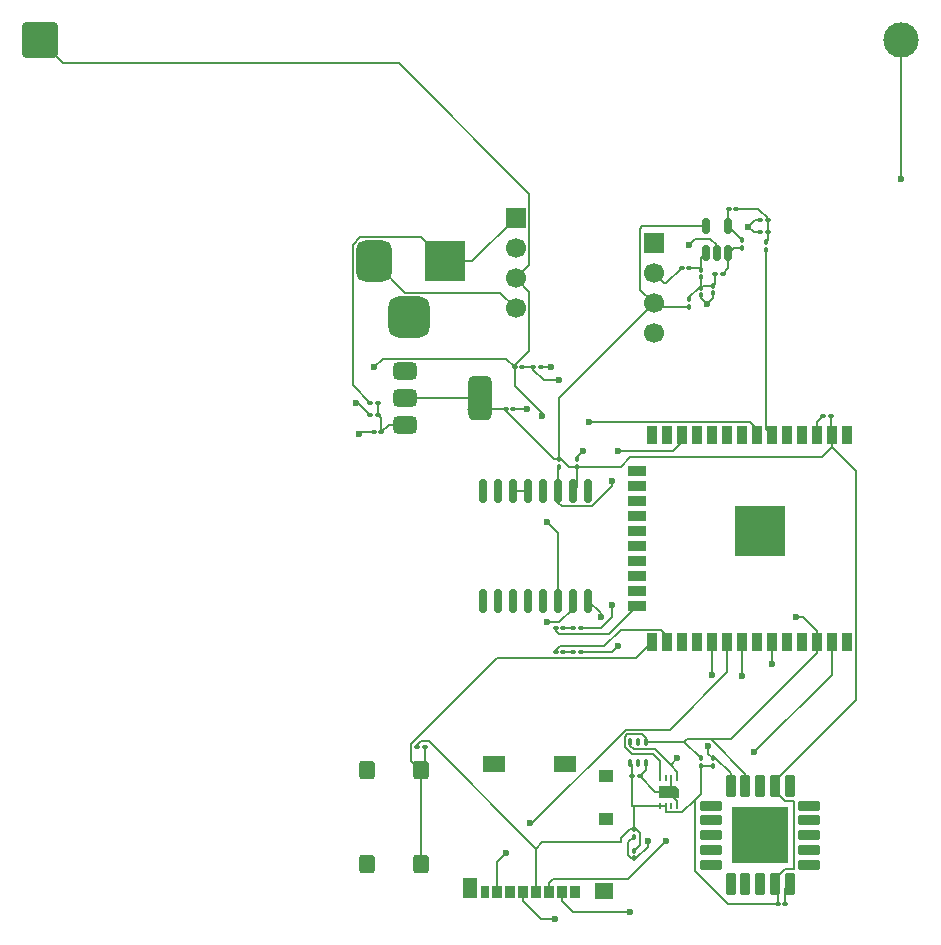
<source format=gtl>
%TF.GenerationSoftware,KiCad,Pcbnew,9.0.6*%
%TF.CreationDate,2026-01-28T16:00:35+00:00*%
%TF.ProjectId,RoomHealthBlackBox,526f6f6d-4865-4616-9c74-68426c61636b,rev?*%
%TF.SameCoordinates,Original*%
%TF.FileFunction,Copper,L1,Top*%
%TF.FilePolarity,Positive*%
%FSLAX46Y46*%
G04 Gerber Fmt 4.6, Leading zero omitted, Abs format (unit mm)*
G04 Created by KiCad (PCBNEW 9.0.6) date 2026-01-28 16:00:35*
%MOMM*%
%LPD*%
G01*
G04 APERTURE LIST*
G04 Aperture macros list*
%AMRoundRect*
0 Rectangle with rounded corners*
0 $1 Rounding radius*
0 $2 $3 $4 $5 $6 $7 $8 $9 X,Y pos of 4 corners*
0 Add a 4 corners polygon primitive as box body*
4,1,4,$2,$3,$4,$5,$6,$7,$8,$9,$2,$3,0*
0 Add four circle primitives for the rounded corners*
1,1,$1+$1,$2,$3*
1,1,$1+$1,$4,$5*
1,1,$1+$1,$6,$7*
1,1,$1+$1,$8,$9*
0 Add four rect primitives between the rounded corners*
20,1,$1+$1,$2,$3,$4,$5,0*
20,1,$1+$1,$4,$5,$6,$7,0*
20,1,$1+$1,$6,$7,$8,$9,0*
20,1,$1+$1,$8,$9,$2,$3,0*%
%AMFreePoly0*
4,1,6,0.500000,-0.850000,-0.500000,-0.850000,-0.500000,0.550000,-0.200000,0.850000,0.500000,0.850000,0.500000,-0.850000,0.500000,-0.850000,$1*%
G04 Aperture macros list end*
%TA.AperFunction,SMDPad,CuDef*%
%ADD10RoundRect,0.100000X0.130000X0.100000X-0.130000X0.100000X-0.130000X-0.100000X0.130000X-0.100000X0*%
%TD*%
%TA.AperFunction,SMDPad,CuDef*%
%ADD11RoundRect,0.100000X0.100000X-0.130000X0.100000X0.130000X-0.100000X0.130000X-0.100000X-0.130000X0*%
%TD*%
%TA.AperFunction,SMDPad,CuDef*%
%ADD12RoundRect,0.100000X-0.130000X-0.100000X0.130000X-0.100000X0.130000X0.100000X-0.130000X0.100000X0*%
%TD*%
%TA.AperFunction,SMDPad,CuDef*%
%ADD13RoundRect,0.100000X-0.100000X0.130000X-0.100000X-0.130000X0.100000X-0.130000X0.100000X0.130000X0*%
%TD*%
%TA.AperFunction,SMDPad,CuDef*%
%ADD14R,0.850000X1.100000*%
%TD*%
%TA.AperFunction,SMDPad,CuDef*%
%ADD15R,0.750000X1.100000*%
%TD*%
%TA.AperFunction,SMDPad,CuDef*%
%ADD16R,1.200000X1.000000*%
%TD*%
%TA.AperFunction,SMDPad,CuDef*%
%ADD17R,1.550000X1.350000*%
%TD*%
%TA.AperFunction,SMDPad,CuDef*%
%ADD18R,1.900000X1.350000*%
%TD*%
%TA.AperFunction,SMDPad,CuDef*%
%ADD19R,1.170000X1.800000*%
%TD*%
%TA.AperFunction,ComponentPad*%
%ADD20R,1.700000X1.700000*%
%TD*%
%TA.AperFunction,ComponentPad*%
%ADD21C,1.700000*%
%TD*%
%TA.AperFunction,SMDPad,CuDef*%
%ADD22RoundRect,0.375000X-0.625000X-0.375000X0.625000X-0.375000X0.625000X0.375000X-0.625000X0.375000X0*%
%TD*%
%TA.AperFunction,SMDPad,CuDef*%
%ADD23RoundRect,0.500000X-0.500000X-1.400000X0.500000X-1.400000X0.500000X1.400000X-0.500000X1.400000X0*%
%TD*%
%TA.AperFunction,SMDPad,CuDef*%
%ADD24RoundRect,0.212500X0.737500X0.212500X-0.737500X0.212500X-0.737500X-0.212500X0.737500X-0.212500X0*%
%TD*%
%TA.AperFunction,SMDPad,CuDef*%
%ADD25RoundRect,0.212500X0.212500X0.737500X-0.212500X0.737500X-0.212500X-0.737500X0.212500X-0.737500X0*%
%TD*%
%TA.AperFunction,HeatsinkPad*%
%ADD26R,4.800000X4.800000*%
%TD*%
%TA.AperFunction,SMDPad,CuDef*%
%ADD27RoundRect,0.250000X0.400000X-0.525000X0.400000X0.525000X-0.400000X0.525000X-0.400000X-0.525000X0*%
%TD*%
%TA.AperFunction,ComponentPad*%
%ADD28R,3.500000X3.500000*%
%TD*%
%TA.AperFunction,ComponentPad*%
%ADD29RoundRect,0.750000X-0.750000X-1.000000X0.750000X-1.000000X0.750000X1.000000X-0.750000X1.000000X0*%
%TD*%
%TA.AperFunction,ComponentPad*%
%ADD30RoundRect,0.875000X-0.875000X-0.875000X0.875000X-0.875000X0.875000X0.875000X-0.875000X0.875000X0*%
%TD*%
%TA.AperFunction,SMDPad,CuDef*%
%ADD31R,0.900000X1.500000*%
%TD*%
%TA.AperFunction,SMDPad,CuDef*%
%ADD32R,1.500000X0.900000*%
%TD*%
%TA.AperFunction,SMDPad,CuDef*%
%ADD33R,1.050000X1.050000*%
%TD*%
%TA.AperFunction,HeatsinkPad*%
%ADD34C,0.600000*%
%TD*%
%TA.AperFunction,HeatsinkPad*%
%ADD35R,4.200000X4.200000*%
%TD*%
%TA.AperFunction,ComponentPad*%
%ADD36RoundRect,0.249999X-1.250001X-1.250001X1.250001X-1.250001X1.250001X1.250001X-1.250001X1.250001X0*%
%TD*%
%TA.AperFunction,ComponentPad*%
%ADD37C,3.000000*%
%TD*%
%TA.AperFunction,SMDPad,CuDef*%
%ADD38RoundRect,0.150000X0.150000X-0.512500X0.150000X0.512500X-0.150000X0.512500X-0.150000X-0.512500X0*%
%TD*%
%TA.AperFunction,SMDPad,CuDef*%
%ADD39RoundRect,0.150000X-0.150000X0.875000X-0.150000X-0.875000X0.150000X-0.875000X0.150000X0.875000X0*%
%TD*%
%TA.AperFunction,SMDPad,CuDef*%
%ADD40RoundRect,0.075000X0.075000X-0.250000X0.075000X0.250000X-0.075000X0.250000X-0.075000X-0.250000X0*%
%TD*%
%TA.AperFunction,SMDPad,CuDef*%
%ADD41R,0.250000X0.550000*%
%TD*%
%TA.AperFunction,SMDPad,CuDef*%
%ADD42FreePoly0,270.000000*%
%TD*%
%TA.AperFunction,ViaPad*%
%ADD43C,0.600000*%
%TD*%
%TA.AperFunction,Conductor*%
%ADD44C,0.200000*%
%TD*%
G04 APERTURE END LIST*
D10*
%TO.P,D_ENV1,1,K*%
%TO.N,/MIC_ENV*%
X169475000Y-96460000D03*
%TO.P,D_ENV1,2,A*%
%TO.N,/MIC_AMP_OUT*%
X168835000Y-96460000D03*
%TD*%
D11*
%TO.P,R2,1*%
%TO.N,+3V3*%
X166500000Y-143640000D03*
%TO.P,R2,2*%
%TO.N,/I2C_SCL*%
X166500000Y-143000000D03*
%TD*%
D12*
%TO.P,R_ENV1,1*%
%TO.N,GND*%
X171525000Y-98460000D03*
%TO.P,R_ENV1,2*%
%TO.N,/MIC_ENV*%
X172165000Y-98460000D03*
%TD*%
D10*
%TO.P,R_LED_R1,1*%
%TO.N,Net-(D_R1-A)*%
X154820000Y-134000000D03*
%TO.P,R_LED_R1,2*%
%TO.N,/LED_R*%
X154180000Y-134000000D03*
%TD*%
D13*
%TO.P,R4,1*%
%TO.N,/VREF_MID*%
X166500000Y-103140000D03*
%TO.P,R4,2*%
%TO.N,GND*%
X166500000Y-103780000D03*
%TD*%
D12*
%TO.P,R_V1,1*%
%TO.N,/VBAT*%
X150736000Y-109892840D03*
%TO.P,R_V1,2*%
%TO.N,/ADC_VBAT*%
X151376000Y-109892840D03*
%TD*%
D14*
%TO.P,J2,1,DAT2*%
%TO.N,unconnected-(J2-DAT2-Pad1)*%
X155835000Y-154325000D03*
%TO.P,J2,2,DAT3/CD*%
%TO.N,/SPI_CS_SD*%
X154735000Y-154325000D03*
%TO.P,J2,3,CMD*%
%TO.N,/SPI_MOSI*%
X153635000Y-154325000D03*
%TO.P,J2,4,VDD*%
%TO.N,+3V3*%
X152535000Y-154325000D03*
%TO.P,J2,5,CLK*%
%TO.N,/SPI_SCK*%
X151435000Y-154325000D03*
%TO.P,J2,6,VSS*%
%TO.N,GND*%
X150335000Y-154325000D03*
%TO.P,J2,7,DAT0*%
%TO.N,/SPI_MISO*%
X149235000Y-154325000D03*
D15*
%TO.P,J2,8,DAT1*%
%TO.N,unconnected-(J2-DAT1-Pad8)*%
X148185000Y-154325000D03*
D16*
%TO.P,J2,9,SHIELD*%
%TO.N,GND*%
X158470000Y-148175000D03*
%TO.P,J2,10*%
%TO.N,N/C*%
X158470000Y-144475000D03*
D17*
%TO.P,J2,11*%
X158295000Y-154200000D03*
D18*
X154970000Y-143500000D03*
X149000000Y-143500000D03*
D19*
X146975000Y-153975000D03*
%TD*%
D13*
%TO.P,R7,1*%
%TO.N,/MIC_AMP_OUT*%
X170000000Y-99140000D03*
%TO.P,R7,2*%
%TO.N,Net-(U_MIC1--)*%
X170000000Y-99780000D03*
%TD*%
%TO.P,R_ADC1,1*%
%TO.N,/MIC_ENV*%
X172000000Y-99295000D03*
%TO.P,R_ADC1,2*%
%TO.N,/ADC_MIC*%
X172000000Y-99935000D03*
%TD*%
D11*
%TO.P,R1,1*%
%TO.N,+3V3*%
X167500000Y-143615000D03*
%TO.P,R1,2*%
%TO.N,/I2C_SDA*%
X167500000Y-142975000D03*
%TD*%
D20*
%TO.P,U_CHG1,1,Pin_1*%
%TO.N,/VIN_5V*%
X150801000Y-97272840D03*
D21*
%TO.P,U_CHG1,2,Pin_2*%
%TO.N,GND*%
X150801000Y-99812840D03*
%TO.P,U_CHG1,3,Pin_3*%
%TO.N,/VBAT*%
X150801000Y-102352840D03*
%TO.P,U_CHG1,4,Pin_4*%
%TO.N,Net-(U_CHG1-Pin_4)*%
X150801000Y-104892840D03*
%TD*%
D11*
%TO.P,C_SD1,1*%
%TO.N,GND*%
X160800001Y-151475000D03*
%TO.P,C_SD1,2*%
%TO.N,+3V3*%
X160800001Y-150835000D03*
%TD*%
D10*
%TO.P,D1,1,K*%
%TO.N,/VREG_IN*%
X139121000Y-112892840D03*
%TO.P,D1,2,A*%
%TO.N,/VIN_5V*%
X138481000Y-112892840D03*
%TD*%
D20*
%TO.P,J_MIC1,1,Pin_1*%
%TO.N,GND*%
X162500000Y-99380000D03*
D21*
%TO.P,J_MIC1,2,Pin_2*%
%TO.N,/MIC_IN_AC*%
X162500000Y-101920000D03*
%TO.P,J_MIC1,3,Pin_3*%
%TO.N,+3V3*%
X162500000Y-104460000D03*
%TO.P,J_MIC1,4*%
%TO.N,N/C*%
X162500000Y-107000000D03*
%TD*%
D11*
%TO.P,R5,1*%
%TO.N,/VREF_MID*%
X166500000Y-102280000D03*
%TO.P,R5,2*%
%TO.N,/MIC_IN_COUP*%
X166500000Y-101640000D03*
%TD*%
D12*
%TO.P,C_ENV1,1*%
%TO.N,GND*%
X171525000Y-97460000D03*
%TO.P,C_ENV1,2*%
%TO.N,/MIC_ENV*%
X172165000Y-97460000D03*
%TD*%
D10*
%TO.P,D2,1,K*%
%TO.N,/VREG_IN*%
X139121000Y-113892840D03*
%TO.P,D2,2,A*%
%TO.N,/VBAT*%
X138481000Y-113892840D03*
%TD*%
%TO.P,R_LED_G1,1*%
%TO.N,Net-(D_G1-A)*%
X154845000Y-132000000D03*
%TO.P,R_LED_G1,2*%
%TO.N,/LED_G*%
X154205000Y-132000000D03*
%TD*%
D12*
%TO.P,C_IN1,1*%
%TO.N,GND*%
X138801000Y-115392840D03*
%TO.P,C_IN1,2*%
%TO.N,/VREG_IN*%
X139441000Y-115392840D03*
%TD*%
D22*
%TO.P,U3,1,GND*%
%TO.N,GND*%
X141451000Y-110200000D03*
%TO.P,U3,2,VO*%
%TO.N,+3V3*%
X141451000Y-112500000D03*
D23*
X147751000Y-112500000D03*
D22*
%TO.P,U3,3,VI*%
%TO.N,/VREG_IN*%
X141451000Y-114800000D03*
%TD*%
D11*
%TO.P,C_REF1,1*%
%TO.N,GND*%
X167500000Y-103625000D03*
%TO.P,C_REF1,2*%
%TO.N,/VREF_MID*%
X167500000Y-102985000D03*
%TD*%
D12*
%TO.P,C_CO2,1*%
%TO.N,+3V3*%
X172985000Y-155300000D03*
%TO.P,C_CO2,2*%
%TO.N,GND*%
X173625000Y-155300000D03*
%TD*%
D11*
%TO.P,R3,1*%
%TO.N,+3V3*%
X165500000Y-104780000D03*
%TO.P,R3,2*%
%TO.N,/VREF_MID*%
X165500000Y-104140000D03*
%TD*%
D13*
%TO.P,R_RTCINT1,1*%
%TO.N,+3V3*%
X154500000Y-117680000D03*
%TO.P,R_RTCINT1,2*%
%TO.N,Net-(U1-IO27)*%
X154500000Y-118320000D03*
%TD*%
D24*
%TO.P,U4,1*%
%TO.N,N/C*%
X175655000Y-152000000D03*
%TO.P,U4,2*%
X175655000Y-150750000D03*
%TO.P,U4,3*%
X175655000Y-149500000D03*
%TO.P,U4,4*%
X175655000Y-148250000D03*
%TO.P,U4,5*%
X175655000Y-147000000D03*
D25*
%TO.P,U4,6,GND*%
%TO.N,GND*%
X174005000Y-145350000D03*
%TO.P,U4,7,VDD*%
%TO.N,+3V3*%
X172755000Y-145350000D03*
%TO.P,U4,8*%
%TO.N,N/C*%
X171505000Y-145350000D03*
%TO.P,U4,9,SCL*%
%TO.N,/I2C_SCL*%
X170255000Y-145350000D03*
%TO.P,U4,10,SDA*%
%TO.N,/I2C_SDA*%
X169005000Y-145350000D03*
D24*
%TO.P,U4,11*%
%TO.N,N/C*%
X167355000Y-147000000D03*
%TO.P,U4,12*%
X167355000Y-148250000D03*
%TO.P,U4,13*%
X167355000Y-149500000D03*
%TO.P,U4,14*%
X167355000Y-150750000D03*
%TO.P,U4,15*%
X167355000Y-152000000D03*
D25*
%TO.P,U4,16*%
X169005000Y-153650000D03*
%TO.P,U4,17*%
X170255000Y-153650000D03*
%TO.P,U4,18*%
X171505000Y-153650000D03*
%TO.P,U4,19,VDD*%
%TO.N,+3V3*%
X172755000Y-153650000D03*
%TO.P,U4,20,GND*%
%TO.N,GND*%
X174005000Y-153650000D03*
D26*
%TO.P,U4,21,GND*%
X171505000Y-149500000D03*
%TD*%
D10*
%TO.P,C_IN2,1*%
%TO.N,/MIC_IN_COUP*%
X165500000Y-101460000D03*
%TO.P,C_IN2,2*%
%TO.N,/MIC_IN_AC*%
X164860000Y-101460000D03*
%TD*%
D27*
%TO.P,SW_CFG1,1,1*%
%TO.N,GND*%
X138250000Y-151980000D03*
X138250000Y-144020000D03*
%TO.P,SW_CFG1,2,2*%
%TO.N,/BTN_CFG*%
X142750000Y-151980000D03*
X142750000Y-144020000D03*
%TD*%
D28*
%TO.P,J1,1*%
%TO.N,/VIN_5V*%
X144801000Y-100935340D03*
D29*
%TO.P,J1,2*%
%TO.N,Net-(U_CHG1-Pin_4)*%
X138801000Y-100935340D03*
D30*
%TO.P,J1,3*%
%TO.N,N/C*%
X141801000Y-105635340D03*
%TD*%
D10*
%TO.P,C_OUT1,1*%
%TO.N,GND*%
X150621000Y-113392840D03*
%TO.P,C_OUT1,2*%
%TO.N,+3V3*%
X149981000Y-113392840D03*
%TD*%
D12*
%TO.P,R_V2,1*%
%TO.N,/ADC_VBAT*%
X152301000Y-109892840D03*
%TO.P,R_V2,2*%
%TO.N,GND*%
X152941000Y-109892840D03*
%TD*%
D10*
%TO.P,D_R1,1,K*%
%TO.N,GND*%
X156320000Y-134000000D03*
%TO.P,D_R1,2,A*%
%TO.N,Net-(D_R1-A)*%
X155680000Y-134000000D03*
%TD*%
%TO.P,R_EN1,1*%
%TO.N,+3V3*%
X177500000Y-114000000D03*
%TO.P,R_EN1,2*%
%TO.N,Net-(U1-EN)*%
X176860000Y-114000000D03*
%TD*%
D31*
%TO.P,U1,1,GND*%
%TO.N,GND*%
X178865000Y-115667500D03*
%TO.P,U1,2,VDD*%
%TO.N,+3V3*%
X177595000Y-115667500D03*
%TO.P,U1,3,EN*%
%TO.N,Net-(U1-EN)*%
X176325000Y-115667500D03*
%TO.P,U1,4,SENSOR_VP*%
%TO.N,unconnected-(U1-SENSOR_VP-Pad4)*%
X175055000Y-115667500D03*
%TO.P,U1,5,SENSOR_VN*%
%TO.N,unconnected-(U1-SENSOR_VN-Pad5)*%
X173785000Y-115667500D03*
%TO.P,U1,6,IO34*%
%TO.N,/ADC_MIC*%
X172515000Y-115667500D03*
%TO.P,U1,7,IO35*%
%TO.N,/ADC_VBAT*%
X171245000Y-115667500D03*
%TO.P,U1,8,IO32*%
%TO.N,unconnected-(U1-IO32-Pad8)*%
X169975000Y-115667500D03*
%TO.P,U1,9,IO33*%
%TO.N,unconnected-(U1-IO33-Pad9)*%
X168705000Y-115667500D03*
%TO.P,U1,10,IO25*%
%TO.N,unconnected-(U1-IO25-Pad10)*%
X167435000Y-115667500D03*
%TO.P,U1,11,IO26*%
%TO.N,unconnected-(U1-IO26-Pad11)*%
X166165000Y-115667500D03*
%TO.P,U1,12,IO27*%
%TO.N,Net-(U1-IO27)*%
X164895000Y-115667500D03*
%TO.P,U1,13,IO14*%
%TO.N,unconnected-(U1-IO14-Pad13)*%
X163625000Y-115667500D03*
%TO.P,U1,14,IO12*%
%TO.N,unconnected-(U1-IO12-Pad14)*%
X162355000Y-115667500D03*
D32*
%TO.P,U1,15,GND*%
%TO.N,GND*%
X161105000Y-118707500D03*
%TO.P,U1,16,IO13*%
%TO.N,unconnected-(U1-IO13-Pad16)*%
X161105000Y-119977500D03*
%TO.P,U1,17,SHD/SD2*%
%TO.N,unconnected-(U1-SHD{slash}SD2-Pad17)*%
X161105000Y-121247500D03*
%TO.P,U1,18,SWP/SD3*%
%TO.N,unconnected-(U1-SWP{slash}SD3-Pad18)*%
X161105000Y-122517500D03*
%TO.P,U1,19,SCS/CMD*%
%TO.N,unconnected-(U1-SCS{slash}CMD-Pad19)*%
X161105000Y-123787500D03*
%TO.P,U1,20,SCK/CLK*%
%TO.N,unconnected-(U1-SCK{slash}CLK-Pad20)*%
X161105000Y-125057500D03*
%TO.P,U1,21,SDO/SD0*%
%TO.N,unconnected-(U1-SDO{slash}SD0-Pad21)*%
X161105000Y-126327500D03*
%TO.P,U1,22,SDI/SD1*%
%TO.N,unconnected-(U1-SDI{slash}SD1-Pad22)*%
X161105000Y-127597500D03*
%TO.P,U1,23,IO15*%
%TO.N,unconnected-(U1-IO15-Pad23)*%
X161105000Y-128867500D03*
%TO.P,U1,24,IO2*%
%TO.N,/LED_G*%
X161105000Y-130137500D03*
D31*
%TO.P,U1,25,IO0*%
%TO.N,/BTN_CFG*%
X162355000Y-133167500D03*
%TO.P,U1,26,IO4*%
%TO.N,/LED_R*%
X163625000Y-133167500D03*
%TO.P,U1,27,IO16*%
%TO.N,unconnected-(U1-IO16-Pad27)*%
X164895000Y-133167500D03*
%TO.P,U1,28,IO17*%
%TO.N,unconnected-(U1-IO17-Pad28)*%
X166165000Y-133167500D03*
%TO.P,U1,29,IO5*%
%TO.N,/SPI_CS_SD*%
X167435000Y-133167500D03*
%TO.P,U1,30,IO18*%
%TO.N,/SPI_MISO*%
X168705000Y-133167500D03*
%TO.P,U1,31,IO19*%
%TO.N,/SPI_SCK*%
X169975000Y-133167500D03*
%TO.P,U1,32,NC*%
%TO.N,unconnected-(U1-NC-Pad32)*%
X171245000Y-133167500D03*
%TO.P,U1,33,IO21*%
%TO.N,/I2C_SDA*%
X172515000Y-133167500D03*
%TO.P,U1,34,RXD0/IO3*%
%TO.N,unconnected-(U1-RXD0{slash}IO3-Pad34)*%
X173785000Y-133167500D03*
%TO.P,U1,35,TXD0/IO1*%
%TO.N,unconnected-(U1-TXD0{slash}IO1-Pad35)*%
X175055000Y-133167500D03*
%TO.P,U1,36,IO22*%
%TO.N,/I2C_SCL*%
X176325000Y-133167500D03*
%TO.P,U1,37,IO23*%
%TO.N,/SPI_MOSI*%
X177595000Y-133167500D03*
%TO.P,U1,38,GND*%
%TO.N,GND*%
X178865000Y-133167500D03*
D33*
%TO.P,U1,39,GND*%
X173050000Y-122212500D03*
D34*
X172287500Y-122212500D03*
D33*
X171525000Y-122212500D03*
D34*
X170762500Y-122212500D03*
D33*
X170000000Y-122212500D03*
D34*
X173050000Y-122975000D03*
X171525000Y-122975000D03*
X170000000Y-122975000D03*
D33*
X173050000Y-123737500D03*
D34*
X172287500Y-123737500D03*
D33*
X171525000Y-123737500D03*
D35*
X171525000Y-123737500D03*
D34*
X170762500Y-123737500D03*
D33*
X170000000Y-123737500D03*
D34*
X173050000Y-124500000D03*
X171525000Y-124500000D03*
X170000000Y-124500000D03*
D33*
X173050000Y-125262500D03*
D34*
X172287500Y-125262500D03*
D33*
X171525000Y-125262500D03*
D34*
X170762500Y-125262500D03*
D33*
X170000000Y-125262500D03*
%TD*%
D36*
%TO.P,BT1,1,+*%
%TO.N,/VBAT*%
X110545000Y-82200000D03*
D37*
%TO.P,BT1,2,-*%
%TO.N,GND*%
X183445000Y-82200000D03*
%TD*%
D10*
%TO.P,D_G1,1,K*%
%TO.N,GND*%
X156320000Y-132000000D03*
%TO.P,D_G1,2,A*%
%TO.N,Net-(D_G1-A)*%
X155680000Y-132000000D03*
%TD*%
D13*
%TO.P,C_RTC1,1*%
%TO.N,GND*%
X156000000Y-117680000D03*
%TO.P,C_RTC1,2*%
%TO.N,+3V3*%
X156000000Y-118320000D03*
%TD*%
D12*
%TO.P,C_LUX1,1*%
%TO.N,+3V3*%
X160680000Y-144500000D03*
%TO.P,C_LUX1,2*%
%TO.N,GND*%
X161320000Y-144500000D03*
%TD*%
D38*
%TO.P,U_MIC1,1,+*%
%TO.N,/MIC_IN_COUP*%
X166912500Y-100235000D03*
%TO.P,U_MIC1,2,V-*%
%TO.N,GND*%
X167862500Y-100235000D03*
%TO.P,U_MIC1,3,-*%
%TO.N,Net-(U_MIC1--)*%
X168812500Y-100235000D03*
%TO.P,U_MIC1,4*%
%TO.N,/MIC_AMP_OUT*%
X168812500Y-97960000D03*
%TO.P,U_MIC1,5,V+*%
%TO.N,+3V3*%
X166912500Y-97960000D03*
%TD*%
D10*
%TO.P,R_CFG1,1*%
%TO.N,/BTN_CFG*%
X143130000Y-142040000D03*
%TO.P,R_CFG1,2*%
%TO.N,+3V3*%
X142490000Y-142040000D03*
%TD*%
D39*
%TO.P,U_CLK1,1,32KHZ*%
%TO.N,unconnected-(U_CLK1-32KHZ-Pad1)*%
X156945000Y-120350000D03*
%TO.P,U_CLK1,2,VCC*%
%TO.N,+3V3*%
X155675000Y-120350000D03*
%TO.P,U_CLK1,3,~{INT}/SQW*%
%TO.N,Net-(U1-IO27)*%
X154405000Y-120350000D03*
%TO.P,U_CLK1,4,~{RST}*%
%TO.N,unconnected-(U_CLK1-~{RST}-Pad4)*%
X153135000Y-120350000D03*
%TO.P,U_CLK1,5,GND*%
%TO.N,GND*%
X151865000Y-120350000D03*
%TO.P,U_CLK1,6,GND*%
X150595000Y-120350000D03*
%TO.P,U_CLK1,7,GND*%
X149325000Y-120350000D03*
%TO.P,U_CLK1,8,GND*%
X148055000Y-120350000D03*
%TO.P,U_CLK1,9,GND*%
X148055000Y-129650000D03*
%TO.P,U_CLK1,10,GND*%
X149325000Y-129650000D03*
%TO.P,U_CLK1,11,GND*%
X150595000Y-129650000D03*
%TO.P,U_CLK1,12,GND*%
X151865000Y-129650000D03*
%TO.P,U_CLK1,13,GND*%
X153135000Y-129650000D03*
%TO.P,U_CLK1,14,VBAT*%
%TO.N,/VBAT*%
X154405000Y-129650000D03*
%TO.P,U_CLK1,15,SDA*%
%TO.N,/I2C_SDA*%
X155675000Y-129650000D03*
%TO.P,U_CLK1,16,SCL*%
%TO.N,/I2C_SCL*%
X156945000Y-129650000D03*
%TD*%
D40*
%TO.P,U_LUX1,1,VDD*%
%TO.N,+3V3*%
X160505000Y-143400000D03*
%TO.P,U_LUX1,2,NC*%
%TO.N,unconnected-(U_LUX1-NC-Pad2)*%
X161155000Y-143400000D03*
%TO.P,U_LUX1,3,GND*%
%TO.N,GND*%
X161805000Y-143400000D03*
%TO.P,U_LUX1,4,SCL*%
%TO.N,/I2C_SCL*%
X161805000Y-141600000D03*
%TO.P,U_LUX1,5,INT*%
%TO.N,unconnected-(U_LUX1-INT-Pad5)*%
X161155000Y-141600000D03*
%TO.P,U_LUX1,6,SDA*%
%TO.N,/I2C_SDA*%
X160505000Y-141600000D03*
%TD*%
D41*
%TO.P,U2,1,SDA*%
%TO.N,/I2C_SDA*%
X164500000Y-144650000D03*
%TO.P,U2,2,ADDR*%
%TO.N,GND*%
X164000000Y-144650000D03*
%TO.P,U2,3,ALERT*%
%TO.N,unconnected-(U2-ALERT-Pad3)*%
X163500000Y-144650000D03*
%TO.P,U2,4,SCL*%
%TO.N,/I2C_SCL*%
X163000000Y-144650000D03*
%TO.P,U2,5,VDD*%
%TO.N,+3V3*%
X163000000Y-147000000D03*
%TO.P,U2,6,~{RESET}*%
X163500000Y-147000000D03*
%TO.P,U2,7,R*%
%TO.N,unconnected-(U2-R-Pad7)*%
X164000000Y-147000000D03*
%TO.P,U2,8,VSS*%
%TO.N,GND*%
X164500000Y-147000000D03*
D42*
%TO.P,U2,9,VSS*%
X163750000Y-145825000D03*
%TD*%
D11*
%TO.P,C_SD2,1*%
%TO.N,GND*%
X160800001Y-149640000D03*
%TO.P,C_SD2,2*%
%TO.N,+3V3*%
X160800001Y-149000000D03*
%TD*%
D12*
%TO.P,R6,1*%
%TO.N,/VREF_MID*%
X167680000Y-101960000D03*
%TO.P,R6,2*%
%TO.N,Net-(U_MIC1--)*%
X168320000Y-101960000D03*
%TD*%
D43*
%TO.N,GND*%
X171505000Y-149500000D03*
X156500000Y-117000000D03*
X141451000Y-110192840D03*
X153801000Y-109892840D03*
X159000000Y-130000000D03*
X178865000Y-133167500D03*
X167000000Y-104500000D03*
X149325000Y-129650000D03*
X138250000Y-144020000D03*
X163750000Y-145825000D03*
X148055000Y-120350000D03*
X158470000Y-148175000D03*
X138250000Y-151980000D03*
X174005000Y-145350000D03*
X178865000Y-115667500D03*
X151801000Y-113392840D03*
X174005000Y-153650000D03*
X162000000Y-150000000D03*
X165500000Y-99500000D03*
X183445000Y-93945000D03*
X150335000Y-154325000D03*
X137500000Y-115500000D03*
X153135000Y-129650000D03*
X150595000Y-129650000D03*
X159500000Y-133500000D03*
X161105000Y-118707500D03*
X149325000Y-120350000D03*
X150595000Y-120350000D03*
X170500000Y-98000000D03*
X148055000Y-129650000D03*
X151865000Y-129650000D03*
%TO.N,/VBAT*%
X137301000Y-112892840D03*
X153500000Y-123000000D03*
X153000000Y-114000000D03*
X138801000Y-109892840D03*
%TO.N,/SPI_MOSI*%
X163500000Y-150000000D03*
X171000000Y-142500000D03*
%TO.N,/SPI_CS_SD*%
X160500000Y-156000000D03*
X167435000Y-135935000D03*
%TO.N,/SPI_SCK*%
X170000000Y-136000000D03*
X154101000Y-156601000D03*
%TO.N,/SPI_MISO*%
X150000000Y-151000000D03*
X152000000Y-148500000D03*
%TO.N,/I2C_SDA*%
X167101000Y-142000000D03*
X164500000Y-143000000D03*
X153500000Y-131500000D03*
X172500000Y-135000000D03*
%TO.N,/I2C_SCL*%
X158000000Y-131000000D03*
X174500000Y-131000000D03*
%TO.N,Net-(U1-IO27)*%
X159000000Y-119500000D03*
X159500000Y-117000000D03*
%TO.N,/ADC_VBAT*%
X157000000Y-114500000D03*
X154500000Y-111000000D03*
%TD*%
D44*
%TO.N,GND*%
X156000000Y-117680000D02*
X156000000Y-117500000D01*
X160319001Y-151193999D02*
X160600002Y-151475000D01*
X160600002Y-151475000D02*
X160800001Y-151475000D01*
X160319001Y-150121000D02*
X160319001Y-151193999D01*
X170500000Y-98000000D02*
X170960000Y-98460000D01*
X166500000Y-103780000D02*
X166500000Y-104000000D01*
X183445000Y-82200000D02*
X183445000Y-93945000D01*
X167862500Y-99572501D02*
X167289999Y-99000000D01*
X161805000Y-144015000D02*
X161320000Y-144500000D01*
X159000000Y-134000000D02*
X159500000Y-133500000D01*
X138801000Y-115392840D02*
X137607160Y-115392840D01*
X160800001Y-151475000D02*
X161025000Y-151475000D01*
X158000000Y-132000000D02*
X159000000Y-131000000D01*
X164500000Y-147000000D02*
X164500000Y-146575000D01*
X162000000Y-150500000D02*
X162000000Y-150000000D01*
X171525000Y-97460000D02*
X171040000Y-97460000D01*
X167289999Y-99000000D02*
X166000000Y-99000000D01*
X166000000Y-99000000D02*
X165500000Y-99500000D01*
X159000000Y-131000000D02*
X159000000Y-130000000D01*
X171040000Y-97460000D02*
X170500000Y-98000000D01*
X161025000Y-151475000D02*
X162000000Y-150500000D01*
X150621000Y-113392840D02*
X151801000Y-113392840D01*
X167500000Y-104000000D02*
X167500000Y-103625000D01*
X151865000Y-120350000D02*
X150595000Y-120350000D01*
X164500000Y-146575000D02*
X163750000Y-145825000D01*
X164000000Y-145575000D02*
X163750000Y-145825000D01*
X137607160Y-115392840D02*
X137500000Y-115500000D01*
X183445000Y-93945000D02*
X183500000Y-94000000D01*
X160800001Y-149640000D02*
X160319001Y-150121000D01*
X164000000Y-144650000D02*
X164000000Y-145575000D01*
X173625000Y-154030000D02*
X174005000Y-153650000D01*
X173625000Y-155300000D02*
X173625000Y-154030000D01*
X152941000Y-109892840D02*
X153801000Y-109892840D01*
X170960000Y-98460000D02*
X171525000Y-98460000D01*
X156000000Y-117500000D02*
X156500000Y-117000000D01*
X162645000Y-145825000D02*
X163750000Y-145825000D01*
X167862500Y-100235000D02*
X167862500Y-99572501D01*
X156320000Y-134000000D02*
X159000000Y-134000000D01*
X161320000Y-144500000D02*
X162645000Y-145825000D01*
X156320000Y-132000000D02*
X158000000Y-132000000D01*
X166500000Y-104000000D02*
X167000000Y-104500000D01*
X161805000Y-143400000D02*
X161805000Y-144015000D01*
X167000000Y-104500000D02*
X167500000Y-104000000D01*
%TO.N,/VBAT*%
X151952000Y-101201840D02*
X150801000Y-102352840D01*
X150736000Y-109892840D02*
X150736000Y-111506181D01*
X137481000Y-112892840D02*
X137301000Y-112892840D01*
X110545000Y-82200000D02*
X112496000Y-84151000D01*
X150736000Y-109892840D02*
X150736000Y-109692841D01*
X138801000Y-109892840D02*
X139051000Y-109642840D01*
X151952000Y-95198840D02*
X151952000Y-101201840D01*
X154405000Y-123905000D02*
X153500000Y-123000000D01*
X151952000Y-103503840D02*
X150801000Y-102352840D01*
X150005000Y-109161840D02*
X139532000Y-109161840D01*
X138481000Y-113892840D02*
X137481000Y-112892840D01*
X112496000Y-84151000D02*
X140904160Y-84151000D01*
X150736000Y-109892840D02*
X150005000Y-109161840D01*
X150736000Y-109692841D02*
X151918501Y-108510341D01*
X140904160Y-84151000D02*
X151952000Y-95198840D01*
X151952000Y-108476841D02*
X151952000Y-103503840D01*
X150736000Y-111506181D02*
X153000000Y-113770181D01*
X153000000Y-113770181D02*
X153000000Y-114000000D01*
X151918501Y-108510341D02*
X151952000Y-108476841D01*
X139532000Y-109161840D02*
X138801000Y-109892840D01*
X154405000Y-129650000D02*
X154405000Y-123905000D01*
%TO.N,+3V3*%
X160680000Y-143575000D02*
X160505000Y-143400000D01*
X156000000Y-120025000D02*
X155675000Y-120350000D01*
X142791001Y-141539000D02*
X143428870Y-141539000D01*
X174404000Y-146601000D02*
X174404000Y-152399000D01*
X159745000Y-150125000D02*
X153055130Y-150125000D01*
X159745000Y-149755000D02*
X159745000Y-150125000D01*
X161540000Y-97960000D02*
X166912500Y-97960000D01*
X159690500Y-118320000D02*
X160510500Y-117500000D01*
X160800001Y-147120001D02*
X160680000Y-147000000D01*
X172985000Y-153880000D02*
X172755000Y-153650000D01*
X172755000Y-144917914D02*
X179616000Y-138056914D01*
X163500000Y-147000000D02*
X163000000Y-147000000D01*
X162500000Y-104460000D02*
X162820000Y-104780000D01*
X152535000Y-150645130D02*
X152535000Y-154325000D01*
X143428870Y-141539000D02*
X152535000Y-150645130D01*
X167475000Y-143640000D02*
X167500000Y-143615000D01*
X172985000Y-155300000D02*
X168800000Y-155300000D01*
X174404000Y-152399000D02*
X173573914Y-152399000D01*
X160800001Y-149000000D02*
X161000000Y-149000000D01*
X162820000Y-104780000D02*
X165500000Y-104780000D01*
X161349000Y-98151000D02*
X161540000Y-97960000D01*
X149981000Y-113392840D02*
X146801000Y-113392840D01*
X160800001Y-149000000D02*
X160800001Y-147120001D01*
X163500000Y-147502000D02*
X163574000Y-147576000D01*
X161301001Y-150334000D02*
X160800001Y-150835000D01*
X163574000Y-147576000D02*
X164926000Y-147576000D01*
X156000000Y-118320000D02*
X156000000Y-120025000D01*
X153055130Y-150125000D02*
X152535000Y-150645130D01*
X149981000Y-113392840D02*
X149981000Y-113592839D01*
X160500000Y-149000000D02*
X159745000Y-149755000D01*
X172755000Y-145782086D02*
X173573914Y-146601000D01*
X166500000Y-146002000D02*
X166500000Y-143640000D01*
X142490000Y-141840001D02*
X142791001Y-141539000D01*
X172755000Y-153217914D02*
X172755000Y-153650000D01*
X163000000Y-147000000D02*
X160680000Y-147000000D01*
X164926000Y-147576000D02*
X166001000Y-146501000D01*
X156000000Y-118320000D02*
X159690500Y-118320000D01*
X160510500Y-117500000D02*
X176712500Y-117500000D01*
X179616000Y-118638500D02*
X177595000Y-116617500D01*
X173573914Y-146601000D02*
X174404000Y-146601000D01*
X154659870Y-117680000D02*
X154500000Y-117680000D01*
X141451000Y-112492840D02*
X147751000Y-112492840D01*
X160800001Y-149000000D02*
X160500000Y-149000000D01*
X155299870Y-118320000D02*
X154659870Y-117680000D01*
X149981000Y-113592839D02*
X154068161Y-117680000D01*
X172755000Y-145350000D02*
X172755000Y-145782086D01*
X154500000Y-117680000D02*
X154500000Y-112460000D01*
X176712500Y-117500000D02*
X177595000Y-116617500D01*
X179616000Y-138056914D02*
X179616000Y-118638500D01*
X160680000Y-144500000D02*
X160680000Y-143575000D01*
X166001000Y-146501000D02*
X166500000Y-146002000D01*
X173573914Y-152399000D02*
X172755000Y-153217914D01*
X162500000Y-104460000D02*
X161349000Y-103309000D01*
X161301001Y-149301001D02*
X161301001Y-150334000D01*
X142490000Y-142040000D02*
X142490000Y-141840001D01*
X168800000Y-155300000D02*
X166001000Y-152501000D01*
X177595000Y-116617500D02*
X177595000Y-115667500D01*
X177500000Y-115572500D02*
X177595000Y-115667500D01*
X161000000Y-149000000D02*
X161301001Y-149301001D01*
X156000000Y-118320000D02*
X155299870Y-118320000D01*
X160680000Y-144500000D02*
X160680000Y-147000000D01*
X148651000Y-113392840D02*
X147751000Y-112492840D01*
X166001000Y-152501000D02*
X166001000Y-146501000D01*
X161349000Y-103309000D02*
X161349000Y-98151000D01*
X154068161Y-117680000D02*
X154500000Y-117680000D01*
X163500000Y-147000000D02*
X163500000Y-147502000D01*
X166500000Y-143640000D02*
X167475000Y-143640000D01*
X177500000Y-114000000D02*
X177500000Y-115572500D01*
X149981000Y-113392840D02*
X148651000Y-113392840D01*
X172985000Y-155300000D02*
X172985000Y-153880000D01*
X154500000Y-112460000D02*
X162500000Y-104460000D01*
X172755000Y-145350000D02*
X172755000Y-144917914D01*
%TO.N,/MIC_ENV*%
X172165000Y-97260001D02*
X172165000Y-97460000D01*
X171364999Y-96460000D02*
X172165000Y-97260001D01*
X172165000Y-98460000D02*
X172165000Y-97460000D01*
X172000000Y-99295000D02*
X172165000Y-99130000D01*
X169475000Y-96460000D02*
X171364999Y-96460000D01*
X172165000Y-99130000D02*
X172165000Y-98460000D01*
%TO.N,/VREG_IN*%
X141451000Y-114792840D02*
X140041000Y-114792840D01*
X140851000Y-115392840D02*
X141451000Y-114792840D01*
X139121000Y-112892840D02*
X139121000Y-113892840D01*
X139441000Y-114212840D02*
X139441000Y-115392840D01*
X140041000Y-114792840D02*
X139441000Y-115392840D01*
X139121000Y-113892840D02*
X139441000Y-114212840D01*
%TO.N,/MIC_IN_COUP*%
X165500000Y-101460000D02*
X166320000Y-101460000D01*
X166320000Y-101460000D02*
X166500000Y-101640000D01*
X166500000Y-101640000D02*
X166500000Y-100647500D01*
X166500000Y-100647500D02*
X166912500Y-100235000D01*
%TO.N,/MIC_IN_AC*%
X163550000Y-102770000D02*
X164860000Y-101460000D01*
X162500000Y-101920000D02*
X163350000Y-102770000D01*
X163350000Y-102770000D02*
X163550000Y-102770000D01*
%TO.N,/VREF_MID*%
X166500000Y-103140000D02*
X166300001Y-103140000D01*
X167680000Y-102805000D02*
X167500000Y-102985000D01*
X166300001Y-103140000D02*
X165500000Y-103940001D01*
X166655000Y-102985000D02*
X166500000Y-103140000D01*
X165500000Y-103940001D02*
X165500000Y-104140000D01*
X167680000Y-101960000D02*
X167680000Y-102805000D01*
X166500000Y-102280000D02*
X166500000Y-103140000D01*
X167500000Y-102985000D02*
X166655000Y-102985000D01*
%TO.N,/VIN_5V*%
X142750000Y-98884340D02*
X137615660Y-98884340D01*
X144801000Y-100935340D02*
X147138500Y-100935340D01*
X144801000Y-100935340D02*
X142750000Y-98884340D01*
X137000000Y-111411840D02*
X138481000Y-112892840D01*
X147138500Y-100935340D02*
X150801000Y-97272840D01*
X137000000Y-99500000D02*
X137000000Y-111411840D01*
X137615660Y-98884340D02*
X137000000Y-99500000D01*
%TO.N,/MIC_AMP_OUT*%
X168812500Y-97960000D02*
X168812500Y-96482500D01*
X170000000Y-99140000D02*
X169992500Y-99140000D01*
X169992500Y-99140000D02*
X168812500Y-97960000D01*
X168812500Y-96482500D02*
X168835000Y-96460000D01*
%TO.N,Net-(D_G1-A)*%
X155680000Y-132000000D02*
X154845000Y-132000000D01*
%TO.N,Net-(D_R1-A)*%
X155680000Y-134000000D02*
X154820000Y-134000000D01*
%TO.N,Net-(U_CHG1-Pin_4)*%
X141450000Y-103584340D02*
X138801000Y-100935340D01*
X149492500Y-103584340D02*
X141450000Y-103584340D01*
X150801000Y-104892840D02*
X149492500Y-103584340D01*
%TO.N,/SPI_MOSI*%
X153986000Y-153224000D02*
X160276000Y-153224000D01*
X153635000Y-154325000D02*
X153635000Y-153575000D01*
X153635000Y-153575000D02*
X153986000Y-153224000D01*
X160276000Y-153224000D02*
X163500000Y-150000000D01*
X177595000Y-135905000D02*
X171000000Y-142500000D01*
X177595000Y-133167500D02*
X177595000Y-135905000D01*
%TO.N,/SPI_CS_SD*%
X167435000Y-133167500D02*
X167435000Y-135935000D01*
X155660000Y-156000000D02*
X154735000Y-155075000D01*
X154735000Y-155075000D02*
X154735000Y-154325000D01*
X160500000Y-156000000D02*
X155660000Y-156000000D01*
%TO.N,/SPI_SCK*%
X169975000Y-133167500D02*
X169975000Y-135975000D01*
X154101000Y-156601000D02*
X152961000Y-156601000D01*
X169975000Y-135975000D02*
X170000000Y-136000000D01*
X151435000Y-155075000D02*
X151435000Y-154325000D01*
X152961000Y-156601000D02*
X151435000Y-155075000D01*
%TO.N,/SPI_MISO*%
X160106076Y-140573000D02*
X152179076Y-148500000D01*
X149235000Y-154325000D02*
X149235000Y-151765000D01*
X149235000Y-151765000D02*
X150000000Y-151000000D01*
X163837000Y-140573000D02*
X160106076Y-140573000D01*
X152000000Y-148500000D02*
X152179076Y-148500000D01*
X168705000Y-135705000D02*
X163837000Y-140573000D01*
X168705000Y-133167500D02*
X168705000Y-135705000D01*
%TO.N,/I2C_SDA*%
X164500000Y-144650000D02*
X164500000Y-144148000D01*
X154500000Y-131500000D02*
X153500000Y-131500000D01*
X167500000Y-142975000D02*
X167475000Y-142975000D01*
X164500000Y-144148000D02*
X163926000Y-143574000D01*
X160806001Y-142226000D02*
X160505000Y-141924999D01*
X155675000Y-130325000D02*
X154500000Y-131500000D01*
X163926000Y-143574000D02*
X164500000Y-143000000D01*
X167475000Y-142975000D02*
X167101000Y-142601000D01*
X172500000Y-135000000D02*
X172515000Y-134985000D01*
X160505000Y-141924999D02*
X160505000Y-141600000D01*
X162578000Y-142226000D02*
X160806001Y-142226000D01*
X169005000Y-144280001D02*
X167699999Y-142975000D01*
X155675000Y-129650000D02*
X155675000Y-130325000D01*
X167699999Y-142975000D02*
X167500000Y-142975000D01*
X163926000Y-143574000D02*
X162578000Y-142226000D01*
X172515000Y-133167500D02*
X172515000Y-134985000D01*
X167101000Y-142601000D02*
X167101000Y-142000000D01*
X169005000Y-145350000D02*
X169005000Y-144280001D01*
%TO.N,/I2C_SCL*%
X163000000Y-144650000D02*
X163000000Y-143215100D01*
X165301000Y-141399000D02*
X165100000Y-141600000D01*
X176325000Y-134117500D02*
X176325000Y-133167500D01*
X170255000Y-145350000D02*
X170255000Y-144304057D01*
X170255000Y-144304057D02*
X167349943Y-141399000D01*
X160272176Y-140974000D02*
X161503999Y-140974000D01*
X160639901Y-142627000D02*
X160054000Y-142041099D01*
X175107500Y-131000000D02*
X176325000Y-132217500D01*
X167349943Y-141399000D02*
X165301000Y-141399000D01*
X169043500Y-141399000D02*
X176325000Y-134117500D01*
X158000000Y-130705000D02*
X158000000Y-131000000D01*
X160054000Y-141192176D02*
X160272176Y-140974000D01*
X176325000Y-132217500D02*
X176325000Y-133167500D01*
X161805000Y-141600000D02*
X165100000Y-141600000D01*
X162411900Y-142627000D02*
X160639901Y-142627000D01*
X160054000Y-142041099D02*
X160054000Y-141192176D01*
X156945000Y-129650000D02*
X158000000Y-130705000D01*
X161805000Y-141275001D02*
X161805000Y-141600000D01*
X165100000Y-141600000D02*
X166500000Y-143000000D01*
X167349943Y-141399000D02*
X169043500Y-141399000D01*
X174500000Y-131000000D02*
X175107500Y-131000000D01*
X163000000Y-143215100D02*
X162411900Y-142627000D01*
X161503999Y-140974000D02*
X161805000Y-141275001D01*
%TO.N,Net-(U_MIC1--)*%
X169267500Y-99780000D02*
X168812500Y-100235000D01*
X170000000Y-99780000D02*
X169267500Y-99780000D01*
X168812500Y-101467500D02*
X168320000Y-101960000D01*
X168812500Y-100235000D02*
X168812500Y-101467500D01*
%TO.N,/ADC_MIC*%
X172000000Y-99935000D02*
X172000000Y-115152500D01*
X172000000Y-115152500D02*
X172515000Y-115667500D01*
%TO.N,/BTN_CFG*%
X141959000Y-141771130D02*
X149229130Y-134501000D01*
X142750000Y-144020000D02*
X141959000Y-143229000D01*
X141959000Y-143229000D02*
X141959000Y-141771130D01*
X149229130Y-134501000D02*
X161021500Y-134501000D01*
X143130000Y-143640000D02*
X143130000Y-142040000D01*
X142750000Y-144020000D02*
X143130000Y-143640000D01*
X161021500Y-134501000D02*
X162355000Y-133167500D01*
X142750000Y-151980000D02*
X142750000Y-144020000D01*
%TO.N,Net-(U1-EN)*%
X176325000Y-114535000D02*
X176325000Y-115667500D01*
X176860000Y-114000000D02*
X176325000Y-114535000D01*
%TO.N,/LED_G*%
X154205000Y-132199999D02*
X154506001Y-132501000D01*
X158741500Y-132501000D02*
X161105000Y-130137500D01*
X154205000Y-132000000D02*
X154205000Y-132199999D01*
X154506001Y-132501000D02*
X158741500Y-132501000D01*
%TO.N,/LED_R*%
X154521130Y-133499000D02*
X154180000Y-133840130D01*
X159693100Y-132116500D02*
X158310600Y-133499000D01*
X163625000Y-132635500D02*
X163106000Y-132116500D01*
X154180000Y-133840130D02*
X154180000Y-134000000D01*
X158310600Y-133499000D02*
X154521130Y-133499000D01*
X163106000Y-132116500D02*
X159693100Y-132116500D01*
X163625000Y-133167500D02*
X163625000Y-132635500D01*
%TO.N,Net-(U1-IO27)*%
X164895000Y-116199500D02*
X164094500Y-117000000D01*
X154405000Y-120350000D02*
X154405000Y-121374999D01*
X157285968Y-121676000D02*
X159000000Y-119961968D01*
X154405000Y-121374999D02*
X154706001Y-121676000D01*
X164895000Y-115667500D02*
X164895000Y-116199500D01*
X159000000Y-119961968D02*
X159000000Y-119500000D01*
X154405000Y-118415000D02*
X154500000Y-118320000D01*
X154706001Y-121676000D02*
X157285968Y-121676000D01*
X154405000Y-120350000D02*
X154405000Y-118415000D01*
X164094500Y-117000000D02*
X159500000Y-117000000D01*
%TO.N,/ADC_VBAT*%
X153208161Y-111000000D02*
X154500000Y-111000000D01*
X152301000Y-109892840D02*
X151376000Y-109892840D01*
X171245000Y-115667500D02*
X171245000Y-115135500D01*
X170609500Y-114500000D02*
X157000000Y-114500000D01*
X152301000Y-110092839D02*
X153208161Y-111000000D01*
X171245000Y-115135500D02*
X170609500Y-114500000D01*
X152301000Y-109892840D02*
X152301000Y-110092839D01*
%TD*%
M02*

</source>
